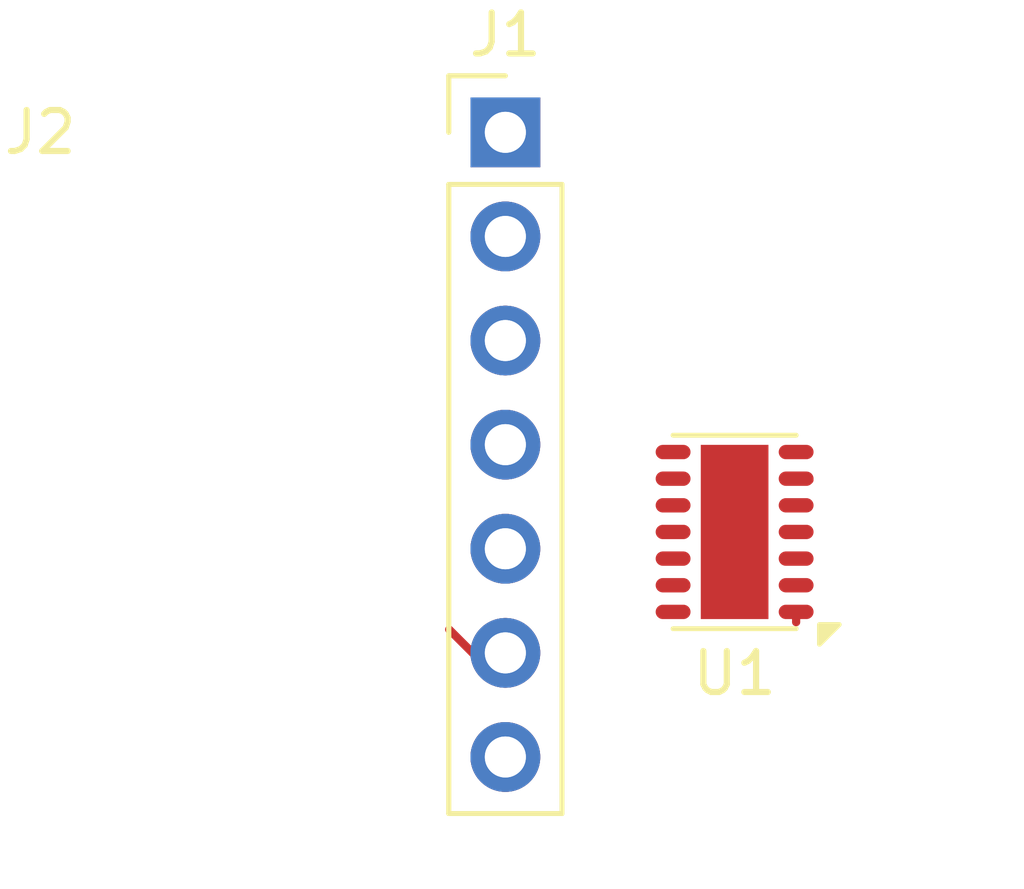
<source format=kicad_pcb>
(kicad_pcb (version 20241229) (generator "pcbnew") (generator_version "9.0")
  (layers (0 "F.Cu" signal) (2 "B.Cu" signal) (13 "F.Paste" user) (15 "B.Paste" user) (5 "F.SilkS" user "F.Silkscreen") (7 "B.SilkS" user "B.Silkscreen") (1 "F.Mask" user) (3 "B.Mask" user) (25 "Edge.Cuts" user))
  (net 0 "")
  (net 1 "Net-(J1-Pin_1)")
  (net 2 "Net-(J1-Pin_6)")
  (net 3 "Net-(J1-Pin_4)")
  (net 4 "Net-(J1-Pin_2)")
  (net 5 "Net-(J1-Pin_5)")
  (net 6 "Net-(J1-Pin_3)")
  (net 7 "Net-(J1-Pin_7)")
  (net 8 "Net-(J2-Pin_3)")
  (net 9 "Net-(J2-Pin_5)")
  (net 10 "Net-(J2-Pin_2)")
  (net 11 "Net-(J2-Pin_7)")
  (net 12 "Net-(J2-Pin_1)")
  (net 13 "Net-(J2-Pin_4)")
  (net 14 "Net-(J2-Pin_6)")
  (footprint "Connector_PinHeader_2.54mm:PinHeader_1x07_P2.54mm_Vertical" (layer "F.Cu") (at 122.16 94.25)
    (property "Reference" "J2" (at -11.34 0 0) (layer "F.SilkS"))
    (property "Value" "Conn_01x07_Pin")
    (fp_line (start -1.38 -1.38) (end 0 -1.38) (stroke (width 0.12)) (layer "F.SilkS"))
    (fp_line (start -1.38 0) (end -1.38 -1.38) (stroke (width 0.12)) (layer "F.SilkS"))
    (fp_line (start -1.38 1.27) (end -1.38 16.62) (stroke (width 0.12)) (layer "F.SilkS"))
    (fp_line (start -1.38 1.27) (end 1.38 1.27) (stroke (width 0.12)) (layer "F.SilkS"))
    (fp_line (start -1.38 16.62) (end 1.38 16.62) (stroke (width 0.12)) (layer "F.SilkS"))
    (fp_line (start 1.38 1.27) (end 1.38 16.62) (stroke (width 0.12)) (layer "F.SilkS"))
    (pad "1" thru_hole rect (at 0 0) (size 1.7 1.7) (drill 1) (layers "*.Cu" "*.Mask") (net 12 "Net-(J2-Pin_1)"))
    (pad "2" thru_hole circle (at 0 2.54) (size 1.7 1.7) (drill 1) (layers "*.Cu" "*.Mask") (net 10 "Net-(J2-Pin_2)"))
    (pad "3" thru_hole circle (at 0 5.08) (size 1.7 1.7) (drill 1) (layers "*.Cu" "*.Mask") (net 8 "Net-(J2-Pin_3)"))
    (pad "4" thru_hole circle (at 0 7.62) (size 1.7 1.7) (drill 1) (layers "*.Cu" "*.Mask") (net 13 "Net-(J2-Pin_4)"))
    (pad "5" thru_hole circle (at 0 10.16) (size 1.7 1.7) (drill 1) (layers "*.Cu" "*.Mask") (net 9 "Net-(J2-Pin_5)"))
    (pad "6" thru_hole circle (at 0 12.7) (size 1.7 1.7) (drill 1) (layers "*.Cu" "*.Mask") (net 14 "Net-(J2-Pin_6)"))
    (pad "7" thru_hole circle (at 0 15.24) (size 1.7 1.7) (drill 1) (layers "*.Cu" "*.Mask") (net 11 "Net-(J2-Pin_7)"))
  )
  (footprint "Package_DFN_QFN:DFN-14-1EP_3x4.5mm_P0.65mm_EP1.65x4.25mm" (layer "F.Cu") (at 127.75 104 180)
    (property "Reference" "U1" (at 0 -3.45 0) (layer "F.SilkS"))
    (property "Value" "MCP2518FD-xQBB")
    (fp_line (start 1.5 -2.36) (end -1.5 -2.36) (stroke (width 0.12)) (layer "F.SilkS"))
    (fp_line (start -1.5 2.36) (end 1.5 2.36) (stroke (width 0.12)) (layer "F.SilkS"))
    (fp_poly (pts (xy -2.07 -2.26) (xy -2.55 -2.26) (xy -2.07 -2.74) (xy -2.07 -2.26)) (stroke (width 0.12)) (fill yes) (layer "F.SilkS"))
    (pad "1" smd oval (at -1.5 -1.95 180) (size 0.85 0.35) (layers "F.Cu" "F.Mask" "F.Paste") (net 9 "Net-(J2-Pin_5)"))
    (pad "2" smd oval (at -1.5 -1.3 180) (size 0.85 0.35) (layers "F.Cu" "F.Mask" "F.Paste") (net 14 "Net-(J2-Pin_6)"))
    (pad "3" smd oval (at -1.5 -0.65 180) (size 0.85 0.35) (layers "F.Cu" "F.Mask" "F.Paste") (net 13 "Net-(J2-Pin_4)"))
    (pad "4" smd oval (at -1.5 0 180) (size 0.85 0.35) (layers "F.Cu" "F.Mask" "F.Paste") (net 8 "Net-(J2-Pin_3)"))
    (pad "5" smd oval (at -1.5 0.65 180) (size 0.85 0.35) (layers "F.Cu" "F.Mask" "F.Paste") (net 5 "Net-(J1-Pin_5)"))
    (pad "6" smd oval (at -1.5 1.3 180) (size 0.85 0.35) (layers "F.Cu" "F.Mask" "F.Paste") (net 2 "Net-(J1-Pin_6)"))
    (pad "7" smd oval (at -1.5 1.95 180) (size 0.85 0.35) (layers "F.Cu" "F.Mask" "F.Paste") (net 7 "Net-(J1-Pin_7)"))
    (pad "8" smd oval (at 1.5 1.95 180) (size 0.85 0.35) (layers "F.Cu" "F.Mask" "F.Paste") (net 12 "Net-(J2-Pin_1)"))
    (pad "9" smd oval (at 1.5 1.3 180) (size 0.85 0.35) (layers "F.Cu" "F.Mask" "F.Paste") (net 10 "Net-(J2-Pin_2)"))
    (pad "10" smd oval (at 1.5 0.65 180) (size 0.85 0.35) (layers "F.Cu" "F.Mask" "F.Paste") (net 3 "Net-(J1-Pin_4)"))
    (pad "11" smd oval (at 1.5 0 180) (size 0.85 0.35) (layers "F.Cu" "F.Mask" "F.Paste") (net 1 "Net-(J1-Pin_1)"))
    (pad "12" smd oval (at 1.5 -0.65 180) (size 0.85 0.35) (layers "F.Cu" "F.Mask" "F.Paste") (net 4 "Net-(J1-Pin_2)"))
    (pad "13" smd oval (at 1.5 -1.3 180) (size 0.85 0.35) (layers "F.Cu" "F.Mask" "F.Paste") (net 6 "Net-(J1-Pin_3)"))
    (pad "14" smd oval (at 1.5 -1.95 180) (size 0.85 0.35) (layers "F.Cu" "F.Mask" "F.Paste") (net 11 "Net-(J2-Pin_7)"))
    (pad "15" smd rect (at 0 0 180) (size 1.65 4.25) (layers "F.Cu" "F.Mask") (net 7 "Net-(J1-Pin_7)"))
  )
  (footprint "Connector_PinHeader_2.54mm:PinHeader_1x07_P2.54mm_Vertical" (layer "F.Cu") (at 122.16 94.25)
    (property "Reference" "J1" (at 0 -2.38 0) (layer "F.SilkS"))
    (property "Value" "Conn_01x07_Pin")
    (fp_line (start -1.38 -1.38) (end 0 -1.38) (stroke (width 0.12)) (layer "F.SilkS"))
    (fp_line (start -1.38 0) (end -1.38 -1.38) (stroke (width 0.12)) (layer "F.SilkS"))
    (fp_line (start -1.38 1.27) (end -1.38 16.62) (stroke (width 0.12)) (layer "F.SilkS"))
    (fp_line (start -1.38 1.27) (end 1.38 1.27) (stroke (width 0.12)) (layer "F.SilkS"))
    (fp_line (start -1.38 16.62) (end 1.38 16.62) (stroke (width 0.12)) (layer "F.SilkS"))
    (fp_line (start 1.38 1.27) (end 1.38 16.62) (stroke (width 0.12)) (layer "F.SilkS"))
    (pad "1" thru_hole rect (at 0 0) (size 1.7 1.7) (drill 1) (layers "*.Cu" "*.Mask") (net 1 "Net-(J1-Pin_1)"))
    (pad "2" thru_hole circle (at 0 2.54) (size 1.7 1.7) (drill 1) (layers "*.Cu" "*.Mask") (net 4 "Net-(J1-Pin_2)"))
    (pad "3" thru_hole circle (at 0 5.08) (size 1.7 1.7) (drill 1) (layers "*.Cu" "*.Mask") (net 6 "Net-(J1-Pin_3)"))
    (pad "4" thru_hole circle (at 0 7.62) (size 1.7 1.7) (drill 1) (layers "*.Cu" "*.Mask") (net 3 "Net-(J1-Pin_4)"))
    (pad "5" thru_hole circle (at 0 10.16) (size 1.7 1.7) (drill 1) (layers "*.Cu" "*.Mask") (net 5 "Net-(J1-Pin_5)"))
    (pad "6" thru_hole circle (at 0 12.7) (size 1.7 1.7) (drill 1) (layers "*.Cu" "*.Mask") (net 2 "Net-(J1-Pin_6)"))
    (pad "7" thru_hole circle (at 0 15.24) (size 1.7 1.7) (drill 1) (layers "*.Cu" "*.Mask") (net 7 "Net-(J1-Pin_7)"))
  )
  (segment (start 129.543934 102.7) (end 129.575 102.731066) (width 0.2) (layer "F.Cu") (net 2))
  (segment (start 129.25 102.7) (end 129.543934 102.7) (width 0.2) (layer "F.Cu") (net 2))
  (segment (start 120.79 106.38) (end 121.91 107.5) (width 0.2) (layer "F.Cu") (net 2))
  (segment (start 129.25 103.35) (end 129.523166 103.35) (width 0.2) (layer "F.Cu") (net 5))
  (segment (start 129.25 105.95) (end 129.25 106.2) (width 0.2) (layer "F.Cu") (net 9))
  (segment (start 129.25 105.3) (end 129.525 105.3) (width 0.2) (layer "F.Cu") (net 14))
)
</source>
